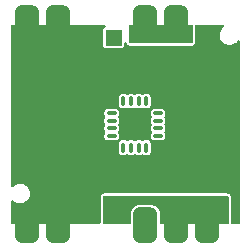
<source format=gbr>
%TF.GenerationSoftware,KiCad,Pcbnew,6.0.0-d3dd2cf0fa~116~ubuntu20.04.1*%
%TF.CreationDate,2022-02-06T14:44:09+01:00*%
%TF.ProjectId,vreg1,76726567-312e-46b6-9963-61645f706362,rev?*%
%TF.SameCoordinates,Original*%
%TF.FileFunction,Copper,L2,Bot*%
%TF.FilePolarity,Positive*%
%FSLAX46Y46*%
G04 Gerber Fmt 4.6, Leading zero omitted, Abs format (unit mm)*
G04 Created by KiCad (PCBNEW 6.0.0-d3dd2cf0fa~116~ubuntu20.04.1) date 2022-02-06 14:44:09*
%MOMM*%
%LPD*%
G01*
G04 APERTURE LIST*
G04 Aperture macros list*
%AMRoundRect*
0 Rectangle with rounded corners*
0 $1 Rounding radius*
0 $2 $3 $4 $5 $6 $7 $8 $9 X,Y pos of 4 corners*
0 Add a 4 corners polygon primitive as box body*
4,1,4,$2,$3,$4,$5,$6,$7,$8,$9,$2,$3,0*
0 Add four circle primitives for the rounded corners*
1,1,$1+$1,$2,$3*
1,1,$1+$1,$4,$5*
1,1,$1+$1,$6,$7*
1,1,$1+$1,$8,$9*
0 Add four rect primitives between the rounded corners*
20,1,$1+$1,$2,$3,$4,$5,0*
20,1,$1+$1,$4,$5,$6,$7,0*
20,1,$1+$1,$6,$7,$8,$9,0*
20,1,$1+$1,$8,$9,$2,$3,0*%
G04 Aperture macros list end*
%TA.AperFunction,ComponentPad*%
%ADD10RoundRect,0.500000X0.500000X-1.000000X0.500000X1.000000X-0.500000X1.000000X-0.500000X-1.000000X0*%
%TD*%
%TA.AperFunction,ComponentPad*%
%ADD11RoundRect,0.500000X-0.500000X1.000000X-0.500000X-1.000000X0.500000X-1.000000X0.500000X1.000000X0*%
%TD*%
%TA.AperFunction,ComponentPad*%
%ADD12R,1.350000X1.350000*%
%TD*%
%TA.AperFunction,ComponentPad*%
%ADD13O,1.350000X1.350000*%
%TD*%
%TA.AperFunction,SMDPad,CuDef*%
%ADD14RoundRect,0.075000X-0.075000X0.337500X-0.075000X-0.337500X0.075000X-0.337500X0.075000X0.337500X0*%
%TD*%
%TA.AperFunction,SMDPad,CuDef*%
%ADD15RoundRect,0.075000X-0.337500X0.075000X-0.337500X-0.075000X0.337500X-0.075000X0.337500X0.075000X0*%
%TD*%
G04 APERTURE END LIST*
D10*
%TO.P,TP5,1,1*%
%TO.N,/INPUT*%
X114100000Y-99000000D03*
%TD*%
%TO.P,TP1,1,1*%
%TO.N,GND*%
X101500000Y-99000000D03*
%TD*%
D11*
%TO.P,TP4,1,1*%
%TO.N,/OUT*%
X108900000Y-81900000D03*
%TD*%
%TO.P,TP6,1,1*%
%TO.N,GND*%
X98900000Y-81900000D03*
%TD*%
D10*
%TO.P,TP7,1,1*%
%TO.N,GND*%
X98900000Y-99000000D03*
%TD*%
D11*
%TO.P,TP8,1,1*%
%TO.N,/OUT*%
X111500000Y-81900000D03*
%TD*%
D10*
%TO.P,TP9,1,1*%
%TO.N,/EN*%
X108900000Y-99000000D03*
%TD*%
%TO.P,TP2,1,1*%
%TO.N,/INPUT*%
X111500000Y-99000000D03*
%TD*%
D11*
%TO.P,TP3,1,1*%
%TO.N,GND*%
X101500000Y-81900000D03*
%TD*%
D12*
%TO.P,J2,1,Pin_1*%
%TO.N,/OUT*%
X106200000Y-83100000D03*
D13*
%TO.P,J2,2,Pin_2*%
%TO.N,GND*%
X104200000Y-83100000D03*
%TD*%
D12*
%TO.P,J1,1,Pin_1*%
%TO.N,/INPUT*%
X106200000Y-97800000D03*
D13*
%TO.P,J1,2,Pin_2*%
%TO.N,GND*%
X104200000Y-97800000D03*
%TD*%
D14*
%TO.P,E,1*%
%TO.N,N/C*%
X107025000Y-88487500D03*
%TO.P,E,2*%
X107675000Y-88487500D03*
%TO.P,E,3*%
X108325000Y-88487500D03*
%TO.P,E,4*%
X108975000Y-88487500D03*
D15*
%TO.P,E,5*%
X109962500Y-89475000D03*
%TO.P,E,6*%
X109962500Y-90125000D03*
%TO.P,E,7*%
X109962500Y-90775000D03*
%TO.P,E,8*%
X109962500Y-91425000D03*
D14*
%TO.P,E,9*%
X108975000Y-92412500D03*
%TO.P,E,10*%
X108325000Y-92412500D03*
%TO.P,E,11*%
X107675000Y-92412500D03*
%TO.P,E,12*%
X107025000Y-92412500D03*
D15*
%TO.P,E,13*%
X106037500Y-91425000D03*
%TO.P,E,14*%
X106037500Y-90775000D03*
%TO.P,E,15*%
X106037500Y-90125000D03*
%TO.P,E,16*%
X106037500Y-89475000D03*
%TD*%
%TA.AperFunction,Conductor*%
%TO.N,/OUT*%
G36*
X112842121Y-82020002D02*
G01*
X112888614Y-82073658D01*
X112900000Y-82126000D01*
X112900000Y-83474000D01*
X112879998Y-83542121D01*
X112826342Y-83588614D01*
X112774000Y-83600000D01*
X107626000Y-83600000D01*
X107557879Y-83579998D01*
X107511386Y-83526342D01*
X107500000Y-83474000D01*
X107500000Y-82126000D01*
X107520002Y-82057879D01*
X107573658Y-82011386D01*
X107626000Y-82000000D01*
X112774000Y-82000000D01*
X112842121Y-82020002D01*
G37*
%TD.AperFunction*%
%TD*%
%TA.AperFunction,Conductor*%
%TO.N,GND*%
G36*
X105457847Y-82020002D02*
G01*
X105504340Y-82073658D01*
X105514444Y-82143932D01*
X105484950Y-82208512D01*
X105446729Y-82236073D01*
X105446769Y-82236133D01*
X105380448Y-82280448D01*
X105336133Y-82346769D01*
X105324500Y-82405252D01*
X105324500Y-83794748D01*
X105336133Y-83853231D01*
X105380448Y-83919552D01*
X105446769Y-83963867D01*
X105458938Y-83966288D01*
X105458939Y-83966288D01*
X105499184Y-83974293D01*
X105505252Y-83975500D01*
X106894748Y-83975500D01*
X106900816Y-83974293D01*
X106941061Y-83966288D01*
X106941062Y-83966288D01*
X106953231Y-83963867D01*
X107019552Y-83919552D01*
X107063867Y-83853231D01*
X107075500Y-83794748D01*
X107075500Y-83623137D01*
X107095502Y-83555016D01*
X107149158Y-83508523D01*
X107219432Y-83498419D01*
X107284012Y-83527913D01*
X107317718Y-83576063D01*
X107318378Y-83578762D01*
X107322081Y-83585711D01*
X107322082Y-83585714D01*
X107335625Y-83611128D01*
X107360236Y-83657314D01*
X107406729Y-83710970D01*
X107423851Y-83728445D01*
X107501533Y-83771897D01*
X107534654Y-83781622D01*
X107565331Y-83790630D01*
X107565335Y-83790631D01*
X107569654Y-83791899D01*
X107574102Y-83792539D01*
X107574109Y-83792540D01*
X107621552Y-83799361D01*
X107621559Y-83799361D01*
X107626000Y-83800000D01*
X112774000Y-83800000D01*
X112777346Y-83799640D01*
X112777352Y-83799640D01*
X112791436Y-83798126D01*
X112816512Y-83795430D01*
X112868854Y-83784044D01*
X112878762Y-83781622D01*
X112957314Y-83739764D01*
X113010970Y-83693271D01*
X113028445Y-83676149D01*
X113071897Y-83598467D01*
X113082542Y-83562214D01*
X113090630Y-83534669D01*
X113090631Y-83534665D01*
X113091899Y-83530346D01*
X113095370Y-83506206D01*
X113099361Y-83478448D01*
X113099361Y-83478441D01*
X113100000Y-83474000D01*
X113100000Y-82126000D01*
X113120002Y-82057879D01*
X113173658Y-82011386D01*
X113226000Y-82000000D01*
X115438753Y-82000000D01*
X115506874Y-82020002D01*
X115553367Y-82073658D01*
X115563471Y-82143932D01*
X115533977Y-82208512D01*
X115508482Y-82229940D01*
X115508638Y-82230145D01*
X115504511Y-82233278D01*
X115503648Y-82234003D01*
X115497352Y-82237786D01*
X115492392Y-82242477D01*
X115492390Y-82242478D01*
X115382106Y-82346769D01*
X115366877Y-82361170D01*
X115265940Y-82509694D01*
X115199252Y-82676427D01*
X115169922Y-82853591D01*
X115179321Y-83032921D01*
X115227008Y-83206049D01*
X115310760Y-83364898D01*
X115426668Y-83502058D01*
X115432091Y-83506205D01*
X115432093Y-83506206D01*
X115563905Y-83606984D01*
X115563909Y-83606987D01*
X115569326Y-83611128D01*
X115575506Y-83614010D01*
X115575508Y-83614011D01*
X115725900Y-83684140D01*
X115725903Y-83684141D01*
X115732077Y-83687020D01*
X115738725Y-83688506D01*
X115738728Y-83688507D01*
X115902290Y-83725067D01*
X115902291Y-83725067D01*
X115907328Y-83726193D01*
X115912819Y-83726500D01*
X116044866Y-83726500D01*
X116178525Y-83711980D01*
X116284996Y-83676149D01*
X116342257Y-83656879D01*
X116342259Y-83656878D01*
X116348722Y-83654703D01*
X116502648Y-83562214D01*
X116531776Y-83534669D01*
X116628165Y-83443519D01*
X116628167Y-83443517D01*
X116633123Y-83438830D01*
X116636956Y-83433190D01*
X116636961Y-83433184D01*
X116669788Y-83384880D01*
X116724621Y-83339781D01*
X116795131Y-83331487D01*
X116858932Y-83362630D01*
X116895768Y-83423322D01*
X116900000Y-83455702D01*
X116900000Y-98773933D01*
X116879998Y-98842054D01*
X116826342Y-98888547D01*
X116774000Y-98899933D01*
X116276000Y-98899933D01*
X116207879Y-98879931D01*
X116161386Y-98826275D01*
X116150000Y-98773933D01*
X116150000Y-96626000D01*
X116145430Y-96583488D01*
X116134044Y-96531146D01*
X116131622Y-96521238D01*
X116089764Y-96442686D01*
X116043271Y-96389030D01*
X116026149Y-96371555D01*
X115948467Y-96328103D01*
X115907098Y-96315956D01*
X115884669Y-96309370D01*
X115884665Y-96309369D01*
X115880346Y-96308101D01*
X115875898Y-96307461D01*
X115875891Y-96307460D01*
X115828448Y-96300639D01*
X115828441Y-96300639D01*
X115824000Y-96300000D01*
X105426000Y-96300000D01*
X105422654Y-96300360D01*
X105422648Y-96300360D01*
X105408564Y-96301874D01*
X105383488Y-96304570D01*
X105331146Y-96315956D01*
X105321238Y-96318378D01*
X105242686Y-96360236D01*
X105189030Y-96406729D01*
X105171555Y-96423851D01*
X105128103Y-96501533D01*
X105108101Y-96569654D01*
X105107461Y-96574102D01*
X105107460Y-96574109D01*
X105105629Y-96586851D01*
X105100000Y-96626000D01*
X105100000Y-98773933D01*
X105079998Y-98842054D01*
X105026342Y-98888547D01*
X104974000Y-98899933D01*
X97626000Y-98899933D01*
X97557879Y-98879931D01*
X97511386Y-98826275D01*
X97500000Y-98773933D01*
X97500000Y-96978144D01*
X97520002Y-96910023D01*
X97573658Y-96863530D01*
X97643932Y-96853426D01*
X97708512Y-96882920D01*
X97722238Y-96896816D01*
X97726668Y-96902058D01*
X97732091Y-96906205D01*
X97732093Y-96906206D01*
X97863905Y-97006984D01*
X97863909Y-97006987D01*
X97869326Y-97011128D01*
X97875506Y-97014010D01*
X97875508Y-97014011D01*
X98025900Y-97084140D01*
X98025903Y-97084141D01*
X98032077Y-97087020D01*
X98038725Y-97088506D01*
X98038728Y-97088507D01*
X98202290Y-97125067D01*
X98202291Y-97125067D01*
X98207328Y-97126193D01*
X98212819Y-97126500D01*
X98344866Y-97126500D01*
X98478525Y-97111980D01*
X98561251Y-97084140D01*
X98642257Y-97056879D01*
X98642259Y-97056878D01*
X98648722Y-97054703D01*
X98802648Y-96962214D01*
X98807610Y-96957522D01*
X98928165Y-96843519D01*
X98928167Y-96843517D01*
X98933123Y-96838830D01*
X99034060Y-96690306D01*
X99100748Y-96523573D01*
X99102287Y-96514280D01*
X99128963Y-96353146D01*
X99128963Y-96353143D01*
X99130078Y-96346409D01*
X99128804Y-96322086D01*
X99121036Y-96173892D01*
X99120679Y-96167079D01*
X99072992Y-95993951D01*
X98989240Y-95835102D01*
X98873332Y-95697942D01*
X98800783Y-95642474D01*
X98736095Y-95593016D01*
X98736091Y-95593013D01*
X98730674Y-95588872D01*
X98724494Y-95585990D01*
X98724492Y-95585989D01*
X98574100Y-95515860D01*
X98574097Y-95515859D01*
X98567923Y-95512980D01*
X98561275Y-95511494D01*
X98561272Y-95511493D01*
X98397710Y-95474933D01*
X98397709Y-95474933D01*
X98392672Y-95473807D01*
X98387181Y-95473500D01*
X98255134Y-95473500D01*
X98121475Y-95488020D01*
X98051726Y-95511493D01*
X97957743Y-95543121D01*
X97957741Y-95543122D01*
X97951278Y-95545297D01*
X97797352Y-95637786D01*
X97712572Y-95717959D01*
X97649335Y-95750229D01*
X97578688Y-95743189D01*
X97523063Y-95699072D01*
X97500000Y-95626409D01*
X97500000Y-92047867D01*
X106674500Y-92047867D01*
X106674501Y-92777132D01*
X106675708Y-92783198D01*
X106675708Y-92783203D01*
X106688064Y-92845322D01*
X106690485Y-92857495D01*
X106751376Y-92948624D01*
X106842505Y-93009515D01*
X106922867Y-93025500D01*
X107024991Y-93025500D01*
X107127132Y-93025499D01*
X107133199Y-93024292D01*
X107133202Y-93024292D01*
X107195324Y-93011936D01*
X107195325Y-93011936D01*
X107207495Y-93009515D01*
X107217814Y-93002620D01*
X107279998Y-92961070D01*
X107347751Y-92939855D01*
X107420002Y-92961070D01*
X107481796Y-93002359D01*
X107492505Y-93009515D01*
X107572867Y-93025500D01*
X107674991Y-93025500D01*
X107777132Y-93025499D01*
X107783199Y-93024292D01*
X107783202Y-93024292D01*
X107845324Y-93011936D01*
X107845325Y-93011936D01*
X107857495Y-93009515D01*
X107867814Y-93002620D01*
X107929998Y-92961070D01*
X107997751Y-92939855D01*
X108070002Y-92961070D01*
X108131796Y-93002359D01*
X108142505Y-93009515D01*
X108222867Y-93025500D01*
X108324991Y-93025500D01*
X108427132Y-93025499D01*
X108433199Y-93024292D01*
X108433202Y-93024292D01*
X108495324Y-93011936D01*
X108495325Y-93011936D01*
X108507495Y-93009515D01*
X108517814Y-93002620D01*
X108579998Y-92961070D01*
X108647751Y-92939855D01*
X108720002Y-92961070D01*
X108781796Y-93002359D01*
X108792505Y-93009515D01*
X108872867Y-93025500D01*
X108974991Y-93025500D01*
X109077132Y-93025499D01*
X109083199Y-93024292D01*
X109083202Y-93024292D01*
X109145324Y-93011936D01*
X109145325Y-93011936D01*
X109157495Y-93009515D01*
X109248624Y-92948624D01*
X109309515Y-92857495D01*
X109325500Y-92777133D01*
X109325499Y-92047868D01*
X109324292Y-92041799D01*
X109324292Y-92041797D01*
X109311936Y-91979676D01*
X109311936Y-91979675D01*
X109309515Y-91967505D01*
X109248624Y-91876376D01*
X109157495Y-91815485D01*
X109077133Y-91799500D01*
X108975009Y-91799500D01*
X108872868Y-91799501D01*
X108866801Y-91800708D01*
X108866798Y-91800708D01*
X108804676Y-91813064D01*
X108804675Y-91813064D01*
X108792505Y-91815485D01*
X108782188Y-91822378D01*
X108782187Y-91822379D01*
X108720002Y-91863930D01*
X108652249Y-91885145D01*
X108579998Y-91863930D01*
X108517814Y-91822380D01*
X108507495Y-91815485D01*
X108427133Y-91799500D01*
X108325009Y-91799500D01*
X108222868Y-91799501D01*
X108216801Y-91800708D01*
X108216798Y-91800708D01*
X108154676Y-91813064D01*
X108154675Y-91813064D01*
X108142505Y-91815485D01*
X108132188Y-91822378D01*
X108132187Y-91822379D01*
X108070002Y-91863930D01*
X108002249Y-91885145D01*
X107929998Y-91863930D01*
X107867814Y-91822380D01*
X107857495Y-91815485D01*
X107777133Y-91799500D01*
X107675009Y-91799500D01*
X107572868Y-91799501D01*
X107566801Y-91800708D01*
X107566798Y-91800708D01*
X107504676Y-91813064D01*
X107504675Y-91813064D01*
X107492505Y-91815485D01*
X107482188Y-91822378D01*
X107482187Y-91822379D01*
X107420002Y-91863930D01*
X107352249Y-91885145D01*
X107279998Y-91863930D01*
X107217814Y-91822380D01*
X107207495Y-91815485D01*
X107127133Y-91799500D01*
X107025009Y-91799500D01*
X106922868Y-91799501D01*
X106916801Y-91800708D01*
X106916798Y-91800708D01*
X106854676Y-91813064D01*
X106854675Y-91813064D01*
X106842505Y-91815485D01*
X106751376Y-91876376D01*
X106690485Y-91967505D01*
X106674500Y-92047867D01*
X97500000Y-92047867D01*
X97500000Y-91322867D01*
X105424500Y-91322867D01*
X105424501Y-91527132D01*
X105440485Y-91607495D01*
X105501376Y-91698624D01*
X105592505Y-91759515D01*
X105672867Y-91775500D01*
X106037470Y-91775500D01*
X106402132Y-91775499D01*
X106408198Y-91774292D01*
X106408203Y-91774292D01*
X106470324Y-91761936D01*
X106470325Y-91761936D01*
X106482495Y-91759515D01*
X106573624Y-91698624D01*
X106634515Y-91607495D01*
X106650500Y-91527133D01*
X106650499Y-91322868D01*
X106650499Y-91322867D01*
X109349500Y-91322867D01*
X109349501Y-91527132D01*
X109365485Y-91607495D01*
X109426376Y-91698624D01*
X109517505Y-91759515D01*
X109597867Y-91775500D01*
X109962470Y-91775500D01*
X110327132Y-91775499D01*
X110333198Y-91774292D01*
X110333203Y-91774292D01*
X110395324Y-91761936D01*
X110395325Y-91761936D01*
X110407495Y-91759515D01*
X110498624Y-91698624D01*
X110559515Y-91607495D01*
X110575500Y-91527133D01*
X110575499Y-91322868D01*
X110559515Y-91242505D01*
X110511070Y-91170002D01*
X110489855Y-91102249D01*
X110511070Y-91029998D01*
X110552620Y-90967814D01*
X110559515Y-90957495D01*
X110575500Y-90877133D01*
X110575499Y-90672868D01*
X110559515Y-90592505D01*
X110511070Y-90520002D01*
X110489855Y-90452249D01*
X110511070Y-90379998D01*
X110552620Y-90317814D01*
X110559515Y-90307495D01*
X110575500Y-90227133D01*
X110575499Y-90022868D01*
X110559515Y-89942505D01*
X110511070Y-89870002D01*
X110489855Y-89802249D01*
X110511070Y-89729998D01*
X110552620Y-89667814D01*
X110559515Y-89657495D01*
X110575500Y-89577133D01*
X110575499Y-89372868D01*
X110559515Y-89292505D01*
X110498624Y-89201376D01*
X110407495Y-89140485D01*
X110327133Y-89124500D01*
X109962530Y-89124500D01*
X109597868Y-89124501D01*
X109591802Y-89125708D01*
X109591797Y-89125708D01*
X109529676Y-89138064D01*
X109529675Y-89138064D01*
X109517505Y-89140485D01*
X109426376Y-89201376D01*
X109365485Y-89292505D01*
X109349500Y-89372867D01*
X109349501Y-89577132D01*
X109365485Y-89657495D01*
X109372378Y-89667812D01*
X109372379Y-89667813D01*
X109413930Y-89729998D01*
X109435145Y-89797751D01*
X109413930Y-89870002D01*
X109365485Y-89942505D01*
X109349500Y-90022867D01*
X109349501Y-90227132D01*
X109365485Y-90307495D01*
X109372378Y-90317812D01*
X109372379Y-90317813D01*
X109413930Y-90379998D01*
X109435145Y-90447751D01*
X109413930Y-90520002D01*
X109365485Y-90592505D01*
X109349500Y-90672867D01*
X109349501Y-90877132D01*
X109365485Y-90957495D01*
X109372378Y-90967812D01*
X109372379Y-90967813D01*
X109413930Y-91029998D01*
X109435145Y-91097751D01*
X109413930Y-91170002D01*
X109365485Y-91242505D01*
X109349500Y-91322867D01*
X106650499Y-91322867D01*
X106634515Y-91242505D01*
X106586070Y-91170002D01*
X106564855Y-91102249D01*
X106586070Y-91029998D01*
X106627620Y-90967814D01*
X106634515Y-90957495D01*
X106650500Y-90877133D01*
X106650499Y-90672868D01*
X106634515Y-90592505D01*
X106586070Y-90520002D01*
X106564855Y-90452249D01*
X106586070Y-90379998D01*
X106627620Y-90317814D01*
X106634515Y-90307495D01*
X106650500Y-90227133D01*
X106650499Y-90022868D01*
X106634515Y-89942505D01*
X106586070Y-89870002D01*
X106564855Y-89802249D01*
X106586070Y-89729998D01*
X106627620Y-89667814D01*
X106634515Y-89657495D01*
X106650500Y-89577133D01*
X106650499Y-89372868D01*
X106634515Y-89292505D01*
X106573624Y-89201376D01*
X106482495Y-89140485D01*
X106402133Y-89124500D01*
X106037530Y-89124500D01*
X105672868Y-89124501D01*
X105666802Y-89125708D01*
X105666797Y-89125708D01*
X105604676Y-89138064D01*
X105604675Y-89138064D01*
X105592505Y-89140485D01*
X105501376Y-89201376D01*
X105440485Y-89292505D01*
X105424500Y-89372867D01*
X105424501Y-89577132D01*
X105440485Y-89657495D01*
X105447378Y-89667812D01*
X105447379Y-89667813D01*
X105488930Y-89729998D01*
X105510145Y-89797751D01*
X105488930Y-89870002D01*
X105440485Y-89942505D01*
X105424500Y-90022867D01*
X105424501Y-90227132D01*
X105440485Y-90307495D01*
X105447378Y-90317812D01*
X105447379Y-90317813D01*
X105488930Y-90379998D01*
X105510145Y-90447751D01*
X105488930Y-90520002D01*
X105440485Y-90592505D01*
X105424500Y-90672867D01*
X105424501Y-90877132D01*
X105440485Y-90957495D01*
X105447378Y-90967812D01*
X105447379Y-90967813D01*
X105488930Y-91029998D01*
X105510145Y-91097751D01*
X105488930Y-91170002D01*
X105440485Y-91242505D01*
X105424500Y-91322867D01*
X97500000Y-91322867D01*
X97500000Y-88122867D01*
X106674500Y-88122867D01*
X106674501Y-88852132D01*
X106675708Y-88858198D01*
X106675708Y-88858203D01*
X106688064Y-88920322D01*
X106690485Y-88932495D01*
X106751376Y-89023624D01*
X106842505Y-89084515D01*
X106922867Y-89100500D01*
X107024991Y-89100500D01*
X107127132Y-89100499D01*
X107133199Y-89099292D01*
X107133202Y-89099292D01*
X107195324Y-89086936D01*
X107195325Y-89086936D01*
X107207495Y-89084515D01*
X107217814Y-89077620D01*
X107279998Y-89036070D01*
X107347751Y-89014855D01*
X107420002Y-89036070D01*
X107481796Y-89077359D01*
X107492505Y-89084515D01*
X107572867Y-89100500D01*
X107674991Y-89100500D01*
X107777132Y-89100499D01*
X107783199Y-89099292D01*
X107783202Y-89099292D01*
X107845324Y-89086936D01*
X107845325Y-89086936D01*
X107857495Y-89084515D01*
X107867814Y-89077620D01*
X107929998Y-89036070D01*
X107997751Y-89014855D01*
X108070002Y-89036070D01*
X108131796Y-89077359D01*
X108142505Y-89084515D01*
X108222867Y-89100500D01*
X108324991Y-89100500D01*
X108427132Y-89100499D01*
X108433199Y-89099292D01*
X108433202Y-89099292D01*
X108495324Y-89086936D01*
X108495325Y-89086936D01*
X108507495Y-89084515D01*
X108517814Y-89077620D01*
X108579998Y-89036070D01*
X108647751Y-89014855D01*
X108720002Y-89036070D01*
X108781796Y-89077359D01*
X108792505Y-89084515D01*
X108872867Y-89100500D01*
X108974991Y-89100500D01*
X109077132Y-89100499D01*
X109083199Y-89099292D01*
X109083202Y-89099292D01*
X109145324Y-89086936D01*
X109145325Y-89086936D01*
X109157495Y-89084515D01*
X109248624Y-89023624D01*
X109309515Y-88932495D01*
X109325500Y-88852133D01*
X109325499Y-88122868D01*
X109324292Y-88116799D01*
X109324292Y-88116797D01*
X109311936Y-88054676D01*
X109311936Y-88054675D01*
X109309515Y-88042505D01*
X109248624Y-87951376D01*
X109157495Y-87890485D01*
X109077133Y-87874500D01*
X108975009Y-87874500D01*
X108872868Y-87874501D01*
X108866801Y-87875708D01*
X108866798Y-87875708D01*
X108804676Y-87888064D01*
X108804675Y-87888064D01*
X108792505Y-87890485D01*
X108782188Y-87897378D01*
X108782187Y-87897379D01*
X108720002Y-87938930D01*
X108652249Y-87960145D01*
X108579998Y-87938930D01*
X108517814Y-87897380D01*
X108507495Y-87890485D01*
X108427133Y-87874500D01*
X108325009Y-87874500D01*
X108222868Y-87874501D01*
X108216801Y-87875708D01*
X108216798Y-87875708D01*
X108154676Y-87888064D01*
X108154675Y-87888064D01*
X108142505Y-87890485D01*
X108132188Y-87897378D01*
X108132187Y-87897379D01*
X108070002Y-87938930D01*
X108002249Y-87960145D01*
X107929998Y-87938930D01*
X107867814Y-87897380D01*
X107857495Y-87890485D01*
X107777133Y-87874500D01*
X107675009Y-87874500D01*
X107572868Y-87874501D01*
X107566801Y-87875708D01*
X107566798Y-87875708D01*
X107504676Y-87888064D01*
X107504675Y-87888064D01*
X107492505Y-87890485D01*
X107482188Y-87897378D01*
X107482187Y-87897379D01*
X107420002Y-87938930D01*
X107352249Y-87960145D01*
X107279998Y-87938930D01*
X107217814Y-87897380D01*
X107207495Y-87890485D01*
X107127133Y-87874500D01*
X107025009Y-87874500D01*
X106922868Y-87874501D01*
X106916801Y-87875708D01*
X106916798Y-87875708D01*
X106854676Y-87888064D01*
X106854675Y-87888064D01*
X106842505Y-87890485D01*
X106751376Y-87951376D01*
X106690485Y-88042505D01*
X106674500Y-88122867D01*
X97500000Y-88122867D01*
X97500000Y-82126000D01*
X97520002Y-82057879D01*
X97573658Y-82011386D01*
X97626000Y-82000000D01*
X105389726Y-82000000D01*
X105457847Y-82020002D01*
G37*
%TD.AperFunction*%
%TD*%
%TA.AperFunction,Conductor*%
%TO.N,/INPUT*%
G36*
X115892121Y-96520002D02*
G01*
X115938614Y-96573658D01*
X115950000Y-96626000D01*
X115950000Y-98774000D01*
X115929998Y-98842121D01*
X115876342Y-98888614D01*
X115824000Y-98900000D01*
X110226499Y-98900000D01*
X110158378Y-98879998D01*
X110111885Y-98826342D01*
X110100499Y-98774000D01*
X110100499Y-97944008D01*
X110100234Y-97941116D01*
X110094440Y-97878060D01*
X110093829Y-97871406D01*
X110043127Y-97709617D01*
X109955297Y-97564592D01*
X109835408Y-97444703D01*
X109690383Y-97356873D01*
X109683136Y-97354602D01*
X109683134Y-97354601D01*
X109617894Y-97334156D01*
X109528594Y-97306171D01*
X109455993Y-97299500D01*
X109453095Y-97299500D01*
X108898558Y-97299501D01*
X108344008Y-97299501D01*
X108341150Y-97299764D01*
X108341141Y-97299764D01*
X108305757Y-97303015D01*
X108271406Y-97306171D01*
X108265028Y-97308170D01*
X108265027Y-97308170D01*
X108116866Y-97354601D01*
X108116864Y-97354602D01*
X108109617Y-97356873D01*
X107964592Y-97444703D01*
X107844703Y-97564592D01*
X107756873Y-97709617D01*
X107706171Y-97871406D01*
X107699500Y-97944007D01*
X107699500Y-97946905D01*
X107699501Y-98774000D01*
X107679499Y-98842121D01*
X107625843Y-98888614D01*
X107573501Y-98900000D01*
X105426000Y-98900000D01*
X105357879Y-98879998D01*
X105311386Y-98826342D01*
X105300000Y-98774000D01*
X105300000Y-96626000D01*
X105320002Y-96557879D01*
X105373658Y-96511386D01*
X105426000Y-96500000D01*
X115824000Y-96500000D01*
X115892121Y-96520002D01*
G37*
%TD.AperFunction*%
%TD*%
M02*

</source>
